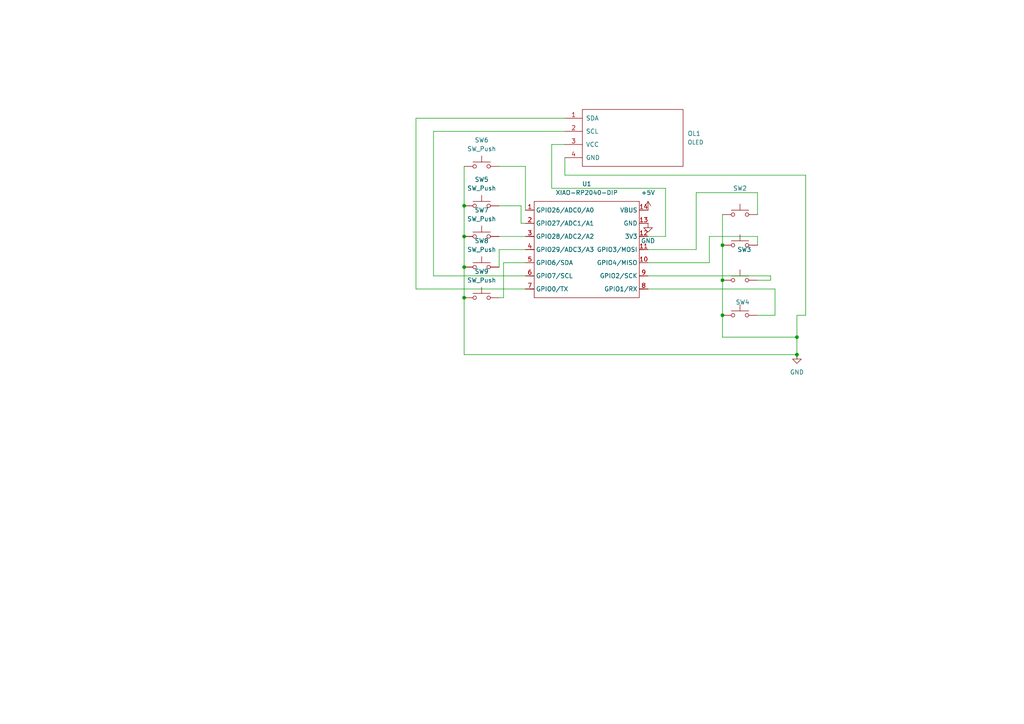
<source format=kicad_sch>
(kicad_sch
	(version 20250114)
	(generator "eeschema")
	(generator_version "9.0")
	(uuid "29f0b8ee-01b9-4a12-bae7-8220a8847209")
	(paper "A4")
	(lib_symbols
		(symbol "Switch:SW_Push"
			(pin_numbers
				(hide yes)
			)
			(pin_names
				(offset 1.016)
				(hide yes)
			)
			(exclude_from_sim no)
			(in_bom yes)
			(on_board yes)
			(property "Reference" "SW"
				(at 1.27 2.54 0)
				(effects
					(font
						(size 1.27 1.27)
					)
					(justify left)
				)
			)
			(property "Value" "SW_Push"
				(at 0 -1.524 0)
				(effects
					(font
						(size 1.27 1.27)
					)
				)
			)
			(property "Footprint" ""
				(at 0 5.08 0)
				(effects
					(font
						(size 1.27 1.27)
					)
					(hide yes)
				)
			)
			(property "Datasheet" "~"
				(at 0 5.08 0)
				(effects
					(font
						(size 1.27 1.27)
					)
					(hide yes)
				)
			)
			(property "Description" "Push button switch, generic, two pins"
				(at 0 0 0)
				(effects
					(font
						(size 1.27 1.27)
					)
					(hide yes)
				)
			)
			(property "ki_keywords" "switch normally-open pushbutton push-button"
				(at 0 0 0)
				(effects
					(font
						(size 1.27 1.27)
					)
					(hide yes)
				)
			)
			(symbol "SW_Push_0_1"
				(circle
					(center -2.032 0)
					(radius 0.508)
					(stroke
						(width 0)
						(type default)
					)
					(fill
						(type none)
					)
				)
				(polyline
					(pts
						(xy 0 1.27) (xy 0 3.048)
					)
					(stroke
						(width 0)
						(type default)
					)
					(fill
						(type none)
					)
				)
				(circle
					(center 2.032 0)
					(radius 0.508)
					(stroke
						(width 0)
						(type default)
					)
					(fill
						(type none)
					)
				)
				(polyline
					(pts
						(xy 2.54 1.27) (xy -2.54 1.27)
					)
					(stroke
						(width 0)
						(type default)
					)
					(fill
						(type none)
					)
				)
				(pin passive line
					(at -5.08 0 0)
					(length 2.54)
					(name "1"
						(effects
							(font
								(size 1.27 1.27)
							)
						)
					)
					(number "1"
						(effects
							(font
								(size 1.27 1.27)
							)
						)
					)
				)
				(pin passive line
					(at 5.08 0 180)
					(length 2.54)
					(name "2"
						(effects
							(font
								(size 1.27 1.27)
							)
						)
					)
					(number "2"
						(effects
							(font
								(size 1.27 1.27)
							)
						)
					)
				)
			)
			(embedded_fonts no)
		)
		(symbol "oled:OLED"
			(pin_names
				(offset 1.016)
			)
			(exclude_from_sim no)
			(in_bom yes)
			(on_board yes)
			(property "Reference" "OL"
				(at 0 2.54 0)
				(effects
					(font
						(size 1.2954 1.2954)
					)
				)
			)
			(property "Value" "OLED"
				(at 0 -1.27 0)
				(effects
					(font
						(size 1.1938 1.1938)
					)
				)
			)
			(property "Footprint" ""
				(at 0 2.54 0)
				(effects
					(font
						(size 1.524 1.524)
					)
					(hide yes)
				)
			)
			(property "Datasheet" ""
				(at 0 2.54 0)
				(effects
					(font
						(size 1.524 1.524)
					)
					(hide yes)
				)
			)
			(property "Description" ""
				(at 0 0 0)
				(effects
					(font
						(size 1.27 1.27)
					)
					(hide yes)
				)
			)
			(symbol "OLED_0_1"
				(rectangle
					(start -13.97 8.89)
					(end 15.24 -7.62)
					(stroke
						(width 0)
						(type solid)
					)
					(fill
						(type none)
					)
				)
			)
			(symbol "OLED_1_1"
				(pin bidirectional line
					(at -19.05 6.35 0)
					(length 5.08)
					(name "SDA"
						(effects
							(font
								(size 1.27 1.27)
							)
						)
					)
					(number "1"
						(effects
							(font
								(size 1.27 1.27)
							)
						)
					)
				)
				(pin bidirectional line
					(at -19.05 2.54 0)
					(length 5.08)
					(name "SCL"
						(effects
							(font
								(size 1.27 1.27)
							)
						)
					)
					(number "2"
						(effects
							(font
								(size 1.27 1.27)
							)
						)
					)
				)
				(pin power_in line
					(at -19.05 -1.27 0)
					(length 5.08)
					(name "VCC"
						(effects
							(font
								(size 1.27 1.27)
							)
						)
					)
					(number "3"
						(effects
							(font
								(size 1.27 1.27)
							)
						)
					)
				)
				(pin power_in line
					(at -19.05 -5.08 0)
					(length 5.08)
					(name "GND"
						(effects
							(font
								(size 1.27 1.27)
							)
						)
					)
					(number "4"
						(effects
							(font
								(size 1.27 1.27)
							)
						)
					)
				)
			)
			(embedded_fonts no)
		)
		(symbol "opl:XIAO-RP2040-DIP"
			(exclude_from_sim no)
			(in_bom yes)
			(on_board yes)
			(property "Reference" "U"
				(at 0 0 0)
				(effects
					(font
						(size 1.27 1.27)
					)
				)
			)
			(property "Value" "XIAO-RP2040-DIP"
				(at 5.334 -1.778 0)
				(effects
					(font
						(size 1.27 1.27)
					)
				)
			)
			(property "Footprint" "Module:MOUDLE14P-XIAO-DIP-SMD"
				(at 14.478 -32.258 0)
				(effects
					(font
						(size 1.27 1.27)
					)
					(hide yes)
				)
			)
			(property "Datasheet" ""
				(at 0 0 0)
				(effects
					(font
						(size 1.27 1.27)
					)
					(hide yes)
				)
			)
			(property "Description" ""
				(at 0 0 0)
				(effects
					(font
						(size 1.27 1.27)
					)
					(hide yes)
				)
			)
			(symbol "XIAO-RP2040-DIP_1_0"
				(polyline
					(pts
						(xy -1.27 -2.54) (xy 29.21 -2.54)
					)
					(stroke
						(width 0.1524)
						(type solid)
					)
					(fill
						(type none)
					)
				)
				(polyline
					(pts
						(xy -1.27 -5.08) (xy -2.54 -5.08)
					)
					(stroke
						(width 0.1524)
						(type solid)
					)
					(fill
						(type none)
					)
				)
				(polyline
					(pts
						(xy -1.27 -5.08) (xy -1.27 -2.54)
					)
					(stroke
						(width 0.1524)
						(type solid)
					)
					(fill
						(type none)
					)
				)
				(polyline
					(pts
						(xy -1.27 -8.89) (xy -2.54 -8.89)
					)
					(stroke
						(width 0.1524)
						(type solid)
					)
					(fill
						(type none)
					)
				)
				(polyline
					(pts
						(xy -1.27 -8.89) (xy -1.27 -5.08)
					)
					(stroke
						(width 0.1524)
						(type solid)
					)
					(fill
						(type none)
					)
				)
				(polyline
					(pts
						(xy -1.27 -12.7) (xy -2.54 -12.7)
					)
					(stroke
						(width 0.1524)
						(type solid)
					)
					(fill
						(type none)
					)
				)
				(polyline
					(pts
						(xy -1.27 -12.7) (xy -1.27 -8.89)
					)
					(stroke
						(width 0.1524)
						(type solid)
					)
					(fill
						(type none)
					)
				)
				(polyline
					(pts
						(xy -1.27 -16.51) (xy -2.54 -16.51)
					)
					(stroke
						(width 0.1524)
						(type solid)
					)
					(fill
						(type none)
					)
				)
				(polyline
					(pts
						(xy -1.27 -16.51) (xy -1.27 -12.7)
					)
					(stroke
						(width 0.1524)
						(type solid)
					)
					(fill
						(type none)
					)
				)
				(polyline
					(pts
						(xy -1.27 -20.32) (xy -2.54 -20.32)
					)
					(stroke
						(width 0.1524)
						(type solid)
					)
					(fill
						(type none)
					)
				)
				(polyline
					(pts
						(xy -1.27 -24.13) (xy -2.54 -24.13)
					)
					(stroke
						(width 0.1524)
						(type solid)
					)
					(fill
						(type none)
					)
				)
				(polyline
					(pts
						(xy -1.27 -27.94) (xy -2.54 -27.94)
					)
					(stroke
						(width 0.1524)
						(type solid)
					)
					(fill
						(type none)
					)
				)
				(polyline
					(pts
						(xy -1.27 -30.48) (xy -1.27 -16.51)
					)
					(stroke
						(width 0.1524)
						(type solid)
					)
					(fill
						(type none)
					)
				)
				(polyline
					(pts
						(xy 29.21 -2.54) (xy 29.21 -5.08)
					)
					(stroke
						(width 0.1524)
						(type solid)
					)
					(fill
						(type none)
					)
				)
				(polyline
					(pts
						(xy 29.21 -5.08) (xy 29.21 -8.89)
					)
					(stroke
						(width 0.1524)
						(type solid)
					)
					(fill
						(type none)
					)
				)
				(polyline
					(pts
						(xy 29.21 -8.89) (xy 29.21 -12.7)
					)
					(stroke
						(width 0.1524)
						(type solid)
					)
					(fill
						(type none)
					)
				)
				(polyline
					(pts
						(xy 29.21 -12.7) (xy 29.21 -30.48)
					)
					(stroke
						(width 0.1524)
						(type solid)
					)
					(fill
						(type none)
					)
				)
				(polyline
					(pts
						(xy 29.21 -30.48) (xy -1.27 -30.48)
					)
					(stroke
						(width 0.1524)
						(type solid)
					)
					(fill
						(type none)
					)
				)
				(polyline
					(pts
						(xy 30.48 -5.08) (xy 29.21 -5.08)
					)
					(stroke
						(width 0.1524)
						(type solid)
					)
					(fill
						(type none)
					)
				)
				(polyline
					(pts
						(xy 30.48 -8.89) (xy 29.21 -8.89)
					)
					(stroke
						(width 0.1524)
						(type solid)
					)
					(fill
						(type none)
					)
				)
				(polyline
					(pts
						(xy 30.48 -12.7) (xy 29.21 -12.7)
					)
					(stroke
						(width 0.1524)
						(type solid)
					)
					(fill
						(type none)
					)
				)
				(polyline
					(pts
						(xy 30.48 -16.51) (xy 29.21 -16.51)
					)
					(stroke
						(width 0.1524)
						(type solid)
					)
					(fill
						(type none)
					)
				)
				(polyline
					(pts
						(xy 30.48 -20.32) (xy 29.21 -20.32)
					)
					(stroke
						(width 0.1524)
						(type solid)
					)
					(fill
						(type none)
					)
				)
				(polyline
					(pts
						(xy 30.48 -24.13) (xy 29.21 -24.13)
					)
					(stroke
						(width 0.1524)
						(type solid)
					)
					(fill
						(type none)
					)
				)
				(polyline
					(pts
						(xy 30.48 -27.94) (xy 29.21 -27.94)
					)
					(stroke
						(width 0.1524)
						(type solid)
					)
					(fill
						(type none)
					)
				)
				(pin passive line
					(at -3.81 -5.08 0)
					(length 2.54)
					(name "GPIO26/ADC0/A0"
						(effects
							(font
								(size 1.27 1.27)
							)
						)
					)
					(number "1"
						(effects
							(font
								(size 1.27 1.27)
							)
						)
					)
				)
				(pin passive line
					(at -3.81 -8.89 0)
					(length 2.54)
					(name "GPIO27/ADC1/A1"
						(effects
							(font
								(size 1.27 1.27)
							)
						)
					)
					(number "2"
						(effects
							(font
								(size 1.27 1.27)
							)
						)
					)
				)
				(pin passive line
					(at -3.81 -12.7 0)
					(length 2.54)
					(name "GPIO28/ADC2/A2"
						(effects
							(font
								(size 1.27 1.27)
							)
						)
					)
					(number "3"
						(effects
							(font
								(size 1.27 1.27)
							)
						)
					)
				)
				(pin passive line
					(at -3.81 -16.51 0)
					(length 2.54)
					(name "GPIO29/ADC3/A3"
						(effects
							(font
								(size 1.27 1.27)
							)
						)
					)
					(number "4"
						(effects
							(font
								(size 1.27 1.27)
							)
						)
					)
				)
				(pin passive line
					(at -3.81 -20.32 0)
					(length 2.54)
					(name "GPIO6/SDA"
						(effects
							(font
								(size 1.27 1.27)
							)
						)
					)
					(number "5"
						(effects
							(font
								(size 1.27 1.27)
							)
						)
					)
				)
				(pin passive line
					(at -3.81 -24.13 0)
					(length 2.54)
					(name "GPIO7/SCL"
						(effects
							(font
								(size 1.27 1.27)
							)
						)
					)
					(number "6"
						(effects
							(font
								(size 1.27 1.27)
							)
						)
					)
				)
				(pin passive line
					(at -3.81 -27.94 0)
					(length 2.54)
					(name "GPIO0/TX"
						(effects
							(font
								(size 1.27 1.27)
							)
						)
					)
					(number "7"
						(effects
							(font
								(size 1.27 1.27)
							)
						)
					)
				)
				(pin passive line
					(at 31.75 -5.08 180)
					(length 2.54)
					(name "VBUS"
						(effects
							(font
								(size 1.27 1.27)
							)
						)
					)
					(number "14"
						(effects
							(font
								(size 1.27 1.27)
							)
						)
					)
				)
				(pin passive line
					(at 31.75 -8.89 180)
					(length 2.54)
					(name "GND"
						(effects
							(font
								(size 1.27 1.27)
							)
						)
					)
					(number "13"
						(effects
							(font
								(size 1.27 1.27)
							)
						)
					)
				)
				(pin passive line
					(at 31.75 -12.7 180)
					(length 2.54)
					(name "3V3"
						(effects
							(font
								(size 1.27 1.27)
							)
						)
					)
					(number "12"
						(effects
							(font
								(size 1.27 1.27)
							)
						)
					)
				)
				(pin passive line
					(at 31.75 -16.51 180)
					(length 2.54)
					(name "GPIO3/MOSI"
						(effects
							(font
								(size 1.27 1.27)
							)
						)
					)
					(number "11"
						(effects
							(font
								(size 1.27 1.27)
							)
						)
					)
				)
				(pin passive line
					(at 31.75 -20.32 180)
					(length 2.54)
					(name "GPIO4/MISO"
						(effects
							(font
								(size 1.27 1.27)
							)
						)
					)
					(number "10"
						(effects
							(font
								(size 1.27 1.27)
							)
						)
					)
				)
				(pin passive line
					(at 31.75 -24.13 180)
					(length 2.54)
					(name "GPIO2/SCK"
						(effects
							(font
								(size 1.27 1.27)
							)
						)
					)
					(number "9"
						(effects
							(font
								(size 1.27 1.27)
							)
						)
					)
				)
				(pin passive line
					(at 31.75 -27.94 180)
					(length 2.54)
					(name "GPIO1/RX"
						(effects
							(font
								(size 1.27 1.27)
							)
						)
					)
					(number "8"
						(effects
							(font
								(size 1.27 1.27)
							)
						)
					)
				)
			)
			(embedded_fonts no)
		)
		(symbol "power:+5V"
			(power)
			(pin_numbers
				(hide yes)
			)
			(pin_names
				(offset 0)
				(hide yes)
			)
			(exclude_from_sim no)
			(in_bom yes)
			(on_board yes)
			(property "Reference" "#PWR"
				(at 0 -3.81 0)
				(effects
					(font
						(size 1.27 1.27)
					)
					(hide yes)
				)
			)
			(property "Value" "+5V"
				(at 0 3.556 0)
				(effects
					(font
						(size 1.27 1.27)
					)
				)
			)
			(property "Footprint" ""
				(at 0 0 0)
				(effects
					(font
						(size 1.27 1.27)
					)
					(hide yes)
				)
			)
			(property "Datasheet" ""
				(at 0 0 0)
				(effects
					(font
						(size 1.27 1.27)
					)
					(hide yes)
				)
			)
			(property "Description" "Power symbol creates a global label with name \"+5V\""
				(at 0 0 0)
				(effects
					(font
						(size 1.27 1.27)
					)
					(hide yes)
				)
			)
			(property "ki_keywords" "global power"
				(at 0 0 0)
				(effects
					(font
						(size 1.27 1.27)
					)
					(hide yes)
				)
			)
			(symbol "+5V_0_1"
				(polyline
					(pts
						(xy -0.762 1.27) (xy 0 2.54)
					)
					(stroke
						(width 0)
						(type default)
					)
					(fill
						(type none)
					)
				)
				(polyline
					(pts
						(xy 0 2.54) (xy 0.762 1.27)
					)
					(stroke
						(width 0)
						(type default)
					)
					(fill
						(type none)
					)
				)
				(polyline
					(pts
						(xy 0 0) (xy 0 2.54)
					)
					(stroke
						(width 0)
						(type default)
					)
					(fill
						(type none)
					)
				)
			)
			(symbol "+5V_1_1"
				(pin power_in line
					(at 0 0 90)
					(length 0)
					(name "~"
						(effects
							(font
								(size 1.27 1.27)
							)
						)
					)
					(number "1"
						(effects
							(font
								(size 1.27 1.27)
							)
						)
					)
				)
			)
			(embedded_fonts no)
		)
		(symbol "power:GND"
			(power)
			(pin_numbers
				(hide yes)
			)
			(pin_names
				(offset 0)
				(hide yes)
			)
			(exclude_from_sim no)
			(in_bom yes)
			(on_board yes)
			(property "Reference" "#PWR"
				(at 0 -6.35 0)
				(effects
					(font
						(size 1.27 1.27)
					)
					(hide yes)
				)
			)
			(property "Value" "GND"
				(at 0 -3.81 0)
				(effects
					(font
						(size 1.27 1.27)
					)
				)
			)
			(property "Footprint" ""
				(at 0 0 0)
				(effects
					(font
						(size 1.27 1.27)
					)
					(hide yes)
				)
			)
			(property "Datasheet" ""
				(at 0 0 0)
				(effects
					(font
						(size 1.27 1.27)
					)
					(hide yes)
				)
			)
			(property "Description" "Power symbol creates a global label with name \"GND\" , ground"
				(at 0 0 0)
				(effects
					(font
						(size 1.27 1.27)
					)
					(hide yes)
				)
			)
			(property "ki_keywords" "global power"
				(at 0 0 0)
				(effects
					(font
						(size 1.27 1.27)
					)
					(hide yes)
				)
			)
			(symbol "GND_0_1"
				(polyline
					(pts
						(xy 0 0) (xy 0 -1.27) (xy 1.27 -1.27) (xy 0 -2.54) (xy -1.27 -1.27) (xy 0 -1.27)
					)
					(stroke
						(width 0)
						(type default)
					)
					(fill
						(type none)
					)
				)
			)
			(symbol "GND_1_1"
				(pin power_in line
					(at 0 0 270)
					(length 0)
					(name "~"
						(effects
							(font
								(size 1.27 1.27)
							)
						)
					)
					(number "1"
						(effects
							(font
								(size 1.27 1.27)
							)
						)
					)
				)
			)
			(embedded_fonts no)
		)
	)
	(junction
		(at 209.55 81.28)
		(diameter 0)
		(color 0 0 0 0)
		(uuid "17832d51-10bc-49bc-8396-d3dafa3af3ff")
	)
	(junction
		(at 209.55 71.12)
		(diameter 0)
		(color 0 0 0 0)
		(uuid "54c2abbc-e0c6-4222-a2f6-7fdf49ba4e49")
	)
	(junction
		(at 134.62 68.58)
		(diameter 0)
		(color 0 0 0 0)
		(uuid "8b50d930-6c7c-4d3f-af57-6a2d7857e910")
	)
	(junction
		(at 134.62 77.47)
		(diameter 0)
		(color 0 0 0 0)
		(uuid "8bde64de-7f95-4411-9a97-0f768467699c")
	)
	(junction
		(at 134.62 86.36)
		(diameter 0)
		(color 0 0 0 0)
		(uuid "97254112-5887-4550-8429-4c2cc261a392")
	)
	(junction
		(at 209.55 91.44)
		(diameter 0)
		(color 0 0 0 0)
		(uuid "a066cc3f-536b-427d-b4e5-8dffec1fdbe3")
	)
	(junction
		(at 231.14 97.79)
		(diameter 0)
		(color 0 0 0 0)
		(uuid "b7acfaa0-ff41-4e7f-92e6-d4c4d1e798ff")
	)
	(junction
		(at 231.14 102.87)
		(diameter 0)
		(color 0 0 0 0)
		(uuid "dc801829-8f4c-4b8a-9316-9832058cdb0b")
	)
	(junction
		(at 134.62 59.69)
		(diameter 0)
		(color 0 0 0 0)
		(uuid "ed4d480e-7d4c-4ef5-a14a-4a2a24dca009")
	)
	(wire
		(pts
			(xy 144.78 72.39) (xy 144.78 77.47)
		)
		(stroke
			(width 0)
			(type default)
		)
		(uuid "009d8051-0b5d-41c6-a3e2-4103fba17223")
	)
	(wire
		(pts
			(xy 209.55 81.28) (xy 209.55 91.44)
		)
		(stroke
			(width 0)
			(type default)
		)
		(uuid "0519172e-66e1-4b9f-8c42-6fd88e237668")
	)
	(wire
		(pts
			(xy 193.04 68.58) (xy 187.96 68.58)
		)
		(stroke
			(width 0)
			(type default)
		)
		(uuid "068dd1ee-f3e7-4246-beaf-f9db6a6f008f")
	)
	(wire
		(pts
			(xy 187.96 80.01) (xy 223.52 80.01)
		)
		(stroke
			(width 0)
			(type default)
		)
		(uuid "0a3ad9a7-2167-401f-8fde-b84ae1a08288")
	)
	(wire
		(pts
			(xy 187.96 83.82) (xy 224.79 83.82)
		)
		(stroke
			(width 0)
			(type default)
		)
		(uuid "19dabf11-f2d6-4074-98b9-c83f203e0afa")
	)
	(wire
		(pts
			(xy 231.14 97.79) (xy 231.14 102.87)
		)
		(stroke
			(width 0)
			(type default)
		)
		(uuid "1d4b81d2-61ce-46f9-b7e6-3932e39c98e1")
	)
	(wire
		(pts
			(xy 219.71 68.58) (xy 219.71 71.12)
		)
		(stroke
			(width 0)
			(type default)
		)
		(uuid "32279093-4047-4924-85ed-f6f1638d5ae6")
	)
	(wire
		(pts
			(xy 144.78 68.58) (xy 152.4 68.58)
		)
		(stroke
			(width 0)
			(type default)
		)
		(uuid "3653684e-8f64-4ffb-9a7d-2760d5b35fa1")
	)
	(wire
		(pts
			(xy 134.62 102.87) (xy 231.14 102.87)
		)
		(stroke
			(width 0)
			(type default)
		)
		(uuid "383f9eb6-c686-4995-9c31-270157d6c2d8")
	)
	(wire
		(pts
			(xy 209.55 97.79) (xy 209.55 91.44)
		)
		(stroke
			(width 0)
			(type default)
		)
		(uuid "3ac01f58-aca1-4191-a115-1e31d9a2da87")
	)
	(wire
		(pts
			(xy 231.14 91.44) (xy 231.14 97.79)
		)
		(stroke
			(width 0)
			(type default)
		)
		(uuid "3cc2ff61-a9fb-4c53-bcd8-febc8e5307fb")
	)
	(wire
		(pts
			(xy 231.14 104.14) (xy 231.14 102.87)
		)
		(stroke
			(width 0)
			(type default)
		)
		(uuid "4bcefbec-7312-4084-9b43-8f0fc06d58eb")
	)
	(wire
		(pts
			(xy 120.65 83.82) (xy 152.4 83.82)
		)
		(stroke
			(width 0)
			(type default)
		)
		(uuid "5144bd26-2d27-42b5-bbba-ad6ec285c210")
	)
	(wire
		(pts
			(xy 201.93 72.39) (xy 201.93 55.88)
		)
		(stroke
			(width 0)
			(type default)
		)
		(uuid "5468b092-ddd0-437f-9254-615c54f1c367")
	)
	(wire
		(pts
			(xy 187.96 72.39) (xy 201.93 72.39)
		)
		(stroke
			(width 0)
			(type default)
		)
		(uuid "55f8c653-5d74-4579-9ad0-e0b3b16e17de")
	)
	(wire
		(pts
			(xy 152.4 72.39) (xy 144.78 72.39)
		)
		(stroke
			(width 0)
			(type default)
		)
		(uuid "583d20e4-c140-4b58-a5fa-382ff16b6009")
	)
	(wire
		(pts
			(xy 146.05 76.2) (xy 146.05 86.36)
		)
		(stroke
			(width 0)
			(type default)
		)
		(uuid "591c49aa-a84a-40ae-81c1-ef744f96d0c6")
	)
	(wire
		(pts
			(xy 231.14 91.44) (xy 233.68 91.44)
		)
		(stroke
			(width 0)
			(type default)
		)
		(uuid "5c5cf68f-0316-4a50-a6af-032766f515d6")
	)
	(wire
		(pts
			(xy 146.05 86.36) (xy 144.78 86.36)
		)
		(stroke
			(width 0)
			(type default)
		)
		(uuid "5cedbf6e-ebba-4b1d-ad4c-c16d0cd4a3a5")
	)
	(wire
		(pts
			(xy 201.93 55.88) (xy 219.71 55.88)
		)
		(stroke
			(width 0)
			(type default)
		)
		(uuid "5e2f329f-0273-4911-a829-49e8e1d07fb0")
	)
	(wire
		(pts
			(xy 163.83 50.8) (xy 233.68 50.8)
		)
		(stroke
			(width 0)
			(type default)
		)
		(uuid "5f7654fe-aad7-40dc-aee1-f6a3e769c8b4")
	)
	(wire
		(pts
			(xy 120.65 34.29) (xy 120.65 83.82)
		)
		(stroke
			(width 0)
			(type default)
		)
		(uuid "654b704f-537c-4756-a17d-343210f76e06")
	)
	(wire
		(pts
			(xy 144.78 48.26) (xy 152.4 48.26)
		)
		(stroke
			(width 0)
			(type default)
		)
		(uuid "73489074-9fbd-4ac3-b5cd-2ff7d76909d8")
	)
	(wire
		(pts
			(xy 187.96 76.2) (xy 205.74 76.2)
		)
		(stroke
			(width 0)
			(type default)
		)
		(uuid "74a7be65-725a-4343-8474-a7077801a895")
	)
	(wire
		(pts
			(xy 163.83 38.1) (xy 125.73 38.1)
		)
		(stroke
			(width 0)
			(type default)
		)
		(uuid "75cc9cc9-21f1-4c02-bddb-f242af3527ab")
	)
	(wire
		(pts
			(xy 134.62 68.58) (xy 134.62 77.47)
		)
		(stroke
			(width 0)
			(type default)
		)
		(uuid "7a3bc4f7-1990-41ec-8550-d566471fa313")
	)
	(wire
		(pts
			(xy 144.78 59.69) (xy 151.13 59.69)
		)
		(stroke
			(width 0)
			(type default)
		)
		(uuid "81e566e9-d404-43a5-a58e-5f9214dd11f6")
	)
	(wire
		(pts
			(xy 205.74 76.2) (xy 205.74 68.58)
		)
		(stroke
			(width 0)
			(type default)
		)
		(uuid "833e26cb-9ef5-45d8-819f-873b43d35e46")
	)
	(wire
		(pts
			(xy 152.4 60.96) (xy 152.4 48.26)
		)
		(stroke
			(width 0)
			(type default)
		)
		(uuid "8c5f47cc-cdbc-4a26-8442-23bc274ae58f")
	)
	(wire
		(pts
			(xy 231.14 97.79) (xy 209.55 97.79)
		)
		(stroke
			(width 0)
			(type default)
		)
		(uuid "8d3e06c2-80ff-45b0-9d25-1175e6ef49e2")
	)
	(wire
		(pts
			(xy 224.79 91.44) (xy 219.71 91.44)
		)
		(stroke
			(width 0)
			(type default)
		)
		(uuid "8f1fd2bc-e29f-4de2-b508-d448bb2c2a92")
	)
	(wire
		(pts
			(xy 209.55 71.12) (xy 209.55 81.28)
		)
		(stroke
			(width 0)
			(type default)
		)
		(uuid "8f319eab-5ae6-449a-a2e9-eee6e8969064")
	)
	(wire
		(pts
			(xy 125.73 38.1) (xy 125.73 80.01)
		)
		(stroke
			(width 0)
			(type default)
		)
		(uuid "9163b290-a1d4-4a5a-98e3-bf50bc39f105")
	)
	(wire
		(pts
			(xy 163.83 45.72) (xy 163.83 50.8)
		)
		(stroke
			(width 0)
			(type default)
		)
		(uuid "9984d34e-02a3-45ab-8ba7-4b008df24543")
	)
	(wire
		(pts
			(xy 134.62 77.47) (xy 134.62 86.36)
		)
		(stroke
			(width 0)
			(type default)
		)
		(uuid "9a62750e-0f28-412a-951a-d4b2263902db")
	)
	(wire
		(pts
			(xy 223.52 80.01) (xy 223.52 81.28)
		)
		(stroke
			(width 0)
			(type default)
		)
		(uuid "a925f24a-bb5e-4675-b508-7c7a701e881b")
	)
	(wire
		(pts
			(xy 152.4 76.2) (xy 146.05 76.2)
		)
		(stroke
			(width 0)
			(type default)
		)
		(uuid "ab2242b9-03a3-48db-83c7-bd2e7dfcf10d")
	)
	(wire
		(pts
			(xy 134.62 86.36) (xy 134.62 102.87)
		)
		(stroke
			(width 0)
			(type default)
		)
		(uuid "abea8d35-cc67-4ab6-8f72-b329ff0646d5")
	)
	(wire
		(pts
			(xy 193.04 54.61) (xy 193.04 68.58)
		)
		(stroke
			(width 0)
			(type default)
		)
		(uuid "ae55fc39-ad93-4209-aa39-1d5aefdb1124")
	)
	(wire
		(pts
			(xy 205.74 68.58) (xy 219.71 68.58)
		)
		(stroke
			(width 0)
			(type default)
		)
		(uuid "b289fc94-c807-4471-849a-86f21f61f3fe")
	)
	(wire
		(pts
			(xy 163.83 34.29) (xy 120.65 34.29)
		)
		(stroke
			(width 0)
			(type default)
		)
		(uuid "b4ce940a-5c43-4404-b479-cb16cedb4a98")
	)
	(wire
		(pts
			(xy 152.4 64.77) (xy 151.13 64.77)
		)
		(stroke
			(width 0)
			(type default)
		)
		(uuid "b551cb99-0ece-49bc-9d5a-74ad85727426")
	)
	(wire
		(pts
			(xy 209.55 62.23) (xy 209.55 71.12)
		)
		(stroke
			(width 0)
			(type default)
		)
		(uuid "b630dc58-5476-4948-aa75-e2575afc829b")
	)
	(wire
		(pts
			(xy 134.62 59.69) (xy 134.62 68.58)
		)
		(stroke
			(width 0)
			(type default)
		)
		(uuid "b7b5c499-60b8-4d1e-9e06-72090dcc6e88")
	)
	(wire
		(pts
			(xy 160.02 41.91) (xy 160.02 54.61)
		)
		(stroke
			(width 0)
			(type default)
		)
		(uuid "b7d17b1d-ce8c-44e5-8c16-430f93904ad3")
	)
	(wire
		(pts
			(xy 160.02 54.61) (xy 193.04 54.61)
		)
		(stroke
			(width 0)
			(type default)
		)
		(uuid "be0a6dfd-19ad-4885-b589-9c26498abb3c")
	)
	(wire
		(pts
			(xy 125.73 80.01) (xy 152.4 80.01)
		)
		(stroke
			(width 0)
			(type default)
		)
		(uuid "bee0be77-d9dc-47ad-8600-4ad559840e56")
	)
	(wire
		(pts
			(xy 134.62 48.26) (xy 134.62 59.69)
		)
		(stroke
			(width 0)
			(type default)
		)
		(uuid "c23141c1-25a8-41e5-8fbc-979fb94c57e8")
	)
	(wire
		(pts
			(xy 163.83 41.91) (xy 160.02 41.91)
		)
		(stroke
			(width 0)
			(type default)
		)
		(uuid "c8c82eae-7287-4876-bf58-c29794a32338")
	)
	(wire
		(pts
			(xy 219.71 55.88) (xy 219.71 62.23)
		)
		(stroke
			(width 0)
			(type default)
		)
		(uuid "cea79bcf-9d96-4a43-a8c8-2936817f02d0")
	)
	(wire
		(pts
			(xy 223.52 81.28) (xy 219.71 81.28)
		)
		(stroke
			(width 0)
			(type default)
		)
		(uuid "cff37502-ea82-47f7-b1fd-68dd043e75e1")
	)
	(wire
		(pts
			(xy 233.68 50.8) (xy 233.68 91.44)
		)
		(stroke
			(width 0)
			(type default)
		)
		(uuid "d7af0bb9-83f7-496c-bbc8-5996819daf1e")
	)
	(wire
		(pts
			(xy 151.13 64.77) (xy 151.13 59.69)
		)
		(stroke
			(width 0)
			(type default)
		)
		(uuid "ee382fad-f306-4989-8c4e-27372bf41049")
	)
	(wire
		(pts
			(xy 224.79 83.82) (xy 224.79 91.44)
		)
		(stroke
			(width 0)
			(type default)
		)
		(uuid "f16466c8-80ae-430d-9c59-184363267170")
	)
	(symbol
		(lib_id "power:GND")
		(at 231.14 102.87 0)
		(unit 1)
		(exclude_from_sim no)
		(in_bom yes)
		(on_board yes)
		(dnp no)
		(fields_autoplaced yes)
		(uuid "07473f47-35dd-4642-baed-c6d5e1aed62d")
		(property "Reference" "#PWR02"
			(at 231.14 109.22 0)
			(effects
				(font
					(size 1.27 1.27)
				)
				(hide yes)
			)
		)
		(property "Value" "GND"
			(at 231.14 107.95 0)
			(effects
				(font
					(size 1.27 1.27)
				)
			)
		)
		(property "Footprint" ""
			(at 231.14 102.87 0)
			(effects
				(font
					(size 1.27 1.27)
				)
				(hide yes)
			)
		)
		(property "Datasheet" ""
			(at 231.14 102.87 0)
			(effects
				(font
					(size 1.27 1.27)
				)
				(hide yes)
			)
		)
		(property "Description" "Power symbol creates a global label with name \"GND\" , ground"
			(at 231.14 102.87 0)
			(effects
				(font
					(size 1.27 1.27)
				)
				(hide yes)
			)
		)
		(pin "1"
			(uuid "399b4a52-61f1-40ce-8bb2-eafc3fa7a317")
		)
		(instances
			(project ""
				(path "/29f0b8ee-01b9-4a12-bae7-8220a8847209"
					(reference "#PWR02")
					(unit 1)
				)
			)
		)
	)
	(symbol
		(lib_id "Switch:SW_Push")
		(at 214.63 91.44 0)
		(unit 1)
		(exclude_from_sim no)
		(in_bom yes)
		(on_board yes)
		(dnp no)
		(uuid "0e1199e4-a463-49d1-8668-2eab33c8551e")
		(property "Reference" "SW4"
			(at 215.3862 87.6522 0)
			(effects
				(font
					(size 1.27 1.27)
				)
			)
		)
		(property "Value" "SW_Push"
			(at 214.63 86.36 0)
			(effects
				(font
					(size 1.27 1.27)
				)
				(hide yes)
			)
		)
		(property "Footprint" "Button_Switch_Keyboard:SW_Cherry_MX_1.00u_PCB"
			(at 214.63 86.36 0)
			(effects
				(font
					(size 1.27 1.27)
				)
				(hide yes)
			)
		)
		(property "Datasheet" "~"
			(at 214.63 86.36 0)
			(effects
				(font
					(size 1.27 1.27)
				)
				(hide yes)
			)
		)
		(property "Description" "Push button switch, generic, two pins"
			(at 214.63 91.44 0)
			(effects
				(font
					(size 1.27 1.27)
				)
				(hide yes)
			)
		)
		(pin "1"
			(uuid "39f6d1c9-c254-4a07-b808-8c53e3ff8435")
		)
		(pin "2"
			(uuid "d87cdfb6-aa3d-4918-8208-fa2f774218b3")
		)
		(instances
			(project "lukas"
				(path "/29f0b8ee-01b9-4a12-bae7-8220a8847209"
					(reference "SW4")
					(unit 1)
				)
			)
		)
	)
	(symbol
		(lib_id "oled:OLED")
		(at 182.88 40.64 0)
		(unit 1)
		(exclude_from_sim no)
		(in_bom yes)
		(on_board yes)
		(dnp no)
		(fields_autoplaced yes)
		(uuid "0eb6c68f-0412-42d4-8857-f9e750099f4d")
		(property "Reference" "OL1"
			(at 199.39 38.735 0)
			(effects
				(font
					(size 1.2954 1.2954)
				)
				(justify left)
			)
		)
		(property "Value" "OLED"
			(at 199.39 41.275 0)
			(effects
				(font
					(size 1.1938 1.1938)
				)
				(justify left)
			)
		)
		(property "Footprint" "oled:OLED"
			(at 182.88 38.1 0)
			(effects
				(font
					(size 1.524 1.524)
				)
				(hide yes)
			)
		)
		(property "Datasheet" ""
			(at 182.88 38.1 0)
			(effects
				(font
					(size 1.524 1.524)
				)
				(hide yes)
			)
		)
		(property "Description" ""
			(at 182.88 40.64 0)
			(effects
				(font
					(size 1.27 1.27)
				)
				(hide yes)
			)
		)
		(pin "4"
			(uuid "1a77d3f7-b3d5-45b1-80da-183dcbab4775")
		)
		(pin "1"
			(uuid "1a48741f-9286-43c6-932c-d192bd0ae616")
		)
		(pin "3"
			(uuid "8cf37917-b091-4f66-9466-6cfbc11c9082")
		)
		(pin "2"
			(uuid "b1cb6492-e8e4-43de-ad45-2a0eb09b4ce7")
		)
		(instances
			(project ""
				(path "/29f0b8ee-01b9-4a12-bae7-8220a8847209"
					(reference "OL1")
					(unit 1)
				)
			)
		)
	)
	(symbol
		(lib_id "Switch:SW_Push")
		(at 214.63 81.28 0)
		(unit 1)
		(exclude_from_sim no)
		(in_bom yes)
		(on_board yes)
		(dnp no)
		(uuid "30530c81-3e1c-4dd7-b732-08c66039c527")
		(property "Reference" "SW3"
			(at 215.9 72.39 0)
			(effects
				(font
					(size 1.27 1.27)
				)
			)
		)
		(property "Value" "SW_Push"
			(at 214.63 76.2 0)
			(effects
				(font
					(size 1.27 1.27)
				)
				(hide yes)
			)
		)
		(property "Footprint" "Button_Switch_Keyboard:SW_Cherry_MX_1.00u_PCB"
			(at 214.63 76.2 0)
			(effects
				(font
					(size 1.27 1.27)
				)
				(hide yes)
			)
		)
		(property "Datasheet" "~"
			(at 214.63 76.2 0)
			(effects
				(font
					(size 1.27 1.27)
				)
				(hide yes)
			)
		)
		(property "Description" "Push button switch, generic, two pins"
			(at 214.63 81.28 0)
			(effects
				(font
					(size 1.27 1.27)
				)
				(hide yes)
			)
		)
		(pin "1"
			(uuid "44d52df2-758c-43e9-9048-d9bfd7b773f7")
		)
		(pin "2"
			(uuid "030a307c-a2cd-443a-bffb-30cb45a93882")
		)
		(instances
			(project "lukas"
				(path "/29f0b8ee-01b9-4a12-bae7-8220a8847209"
					(reference "SW3")
					(unit 1)
				)
			)
		)
	)
	(symbol
		(lib_id "Switch:SW_Push")
		(at 139.7 59.69 0)
		(unit 1)
		(exclude_from_sim no)
		(in_bom yes)
		(on_board yes)
		(dnp no)
		(fields_autoplaced yes)
		(uuid "43441b31-d1aa-4c0c-8b86-27156f9d22ec")
		(property "Reference" "SW5"
			(at 139.7 52.07 0)
			(effects
				(font
					(size 1.27 1.27)
				)
			)
		)
		(property "Value" "SW_Push"
			(at 139.7 54.61 0)
			(effects
				(font
					(size 1.27 1.27)
				)
			)
		)
		(property "Footprint" "Button_Switch_Keyboard:SW_Cherry_MX_1.00u_PCB"
			(at 139.7 54.61 0)
			(effects
				(font
					(size 1.27 1.27)
				)
				(hide yes)
			)
		)
		(property "Datasheet" "~"
			(at 139.7 54.61 0)
			(effects
				(font
					(size 1.27 1.27)
				)
				(hide yes)
			)
		)
		(property "Description" "Push button switch, generic, two pins"
			(at 139.7 59.69 0)
			(effects
				(font
					(size 1.27 1.27)
				)
				(hide yes)
			)
		)
		(pin "1"
			(uuid "40e0ede0-fb16-4f82-8a94-5d1935241026")
		)
		(pin "2"
			(uuid "396a77ff-7975-452e-b44f-c47e64d0efa1")
		)
		(instances
			(project "lukas"
				(path "/29f0b8ee-01b9-4a12-bae7-8220a8847209"
					(reference "SW5")
					(unit 1)
				)
			)
		)
	)
	(symbol
		(lib_id "Switch:SW_Push")
		(at 139.7 68.58 0)
		(unit 1)
		(exclude_from_sim no)
		(in_bom yes)
		(on_board yes)
		(dnp no)
		(fields_autoplaced yes)
		(uuid "61cafbe7-51be-4fef-ab19-77281a4741f6")
		(property "Reference" "SW7"
			(at 139.7 60.96 0)
			(effects
				(font
					(size 1.27 1.27)
				)
			)
		)
		(property "Value" "SW_Push"
			(at 139.7 63.5 0)
			(effects
				(font
					(size 1.27 1.27)
				)
			)
		)
		(property "Footprint" "Button_Switch_Keyboard:SW_Cherry_MX_1.00u_PCB"
			(at 139.7 63.5 0)
			(effects
				(font
					(size 1.27 1.27)
				)
				(hide yes)
			)
		)
		(property "Datasheet" "~"
			(at 139.7 63.5 0)
			(effects
				(font
					(size 1.27 1.27)
				)
				(hide yes)
			)
		)
		(property "Description" "Push button switch, generic, two pins"
			(at 139.7 68.58 0)
			(effects
				(font
					(size 1.27 1.27)
				)
				(hide yes)
			)
		)
		(pin "1"
			(uuid "387323e8-7b4c-4a87-a124-867f0857fe67")
		)
		(pin "2"
			(uuid "26aec7b9-4299-4666-ab3e-7f0d59a83f5a")
		)
		(instances
			(project "lukas"
				(path "/29f0b8ee-01b9-4a12-bae7-8220a8847209"
					(reference "SW7")
					(unit 1)
				)
			)
		)
	)
	(symbol
		(lib_id "power:+5V")
		(at 187.96 60.96 0)
		(unit 1)
		(exclude_from_sim no)
		(in_bom yes)
		(on_board yes)
		(dnp no)
		(fields_autoplaced yes)
		(uuid "77a74487-d593-42ce-accc-f00cc4f1b8ca")
		(property "Reference" "#PWR01"
			(at 187.96 64.77 0)
			(effects
				(font
					(size 1.27 1.27)
				)
				(hide yes)
			)
		)
		(property "Value" "+5V"
			(at 187.96 55.88 0)
			(effects
				(font
					(size 1.27 1.27)
				)
			)
		)
		(property "Footprint" ""
			(at 187.96 60.96 0)
			(effects
				(font
					(size 1.27 1.27)
				)
				(hide yes)
			)
		)
		(property "Datasheet" ""
			(at 187.96 60.96 0)
			(effects
				(font
					(size 1.27 1.27)
				)
				(hide yes)
			)
		)
		(property "Description" "Power symbol creates a global label with name \"+5V\""
			(at 187.96 60.96 0)
			(effects
				(font
					(size 1.27 1.27)
				)
				(hide yes)
			)
		)
		(pin "1"
			(uuid "aeb179df-c81f-4bbb-950c-00e9253a888d")
		)
		(instances
			(project ""
				(path "/29f0b8ee-01b9-4a12-bae7-8220a8847209"
					(reference "#PWR01")
					(unit 1)
				)
			)
		)
	)
	(symbol
		(lib_id "Switch:SW_Push")
		(at 139.7 86.36 0)
		(unit 1)
		(exclude_from_sim no)
		(in_bom yes)
		(on_board yes)
		(dnp no)
		(fields_autoplaced yes)
		(uuid "94cc5af6-e08a-4515-ab6e-4fee0f5d4605")
		(property "Reference" "SW9"
			(at 139.7 78.74 0)
			(effects
				(font
					(size 1.27 1.27)
				)
			)
		)
		(property "Value" "SW_Push"
			(at 139.7 81.28 0)
			(effects
				(font
					(size 1.27 1.27)
				)
			)
		)
		(property "Footprint" "Button_Switch_Keyboard:SW_Cherry_MX_1.00u_PCB"
			(at 139.7 81.28 0)
			(effects
				(font
					(size 1.27 1.27)
				)
				(hide yes)
			)
		)
		(property "Datasheet" "~"
			(at 139.7 81.28 0)
			(effects
				(font
					(size 1.27 1.27)
				)
				(hide yes)
			)
		)
		(property "Description" "Push button switch, generic, two pins"
			(at 139.7 86.36 0)
			(effects
				(font
					(size 1.27 1.27)
				)
				(hide yes)
			)
		)
		(pin "1"
			(uuid "b509cb6c-4a84-492d-8fee-70dbcf5840de")
		)
		(pin "2"
			(uuid "21ffa5f3-3188-412d-be02-c9d737ce9776")
		)
		(instances
			(project "lukas"
				(path "/29f0b8ee-01b9-4a12-bae7-8220a8847209"
					(reference "SW9")
					(unit 1)
				)
			)
		)
	)
	(symbol
		(lib_id "Switch:SW_Push")
		(at 214.63 71.12 0)
		(unit 1)
		(exclude_from_sim no)
		(in_bom yes)
		(on_board yes)
		(dnp no)
		(uuid "b81cd776-601d-47ad-8f56-9a255c2a0beb")
		(property "Reference" "SW1"
			(at 216.1845 59.6177 0)
			(effects
				(font
					(size 1.27 1.27)
				)
				(hide yes)
			)
		)
		(property "Value" "SW_Push"
			(at 214.63 66.04 0)
			(effects
				(font
					(size 1.27 1.27)
				)
				(hide yes)
			)
		)
		(property "Footprint" "Button_Switch_Keyboard:SW_Cherry_MX_1.00u_PCB"
			(at 214.63 66.04 0)
			(effects
				(font
					(size 1.27 1.27)
				)
				(hide yes)
			)
		)
		(property "Datasheet" "~"
			(at 214.63 66.04 0)
			(effects
				(font
					(size 1.27 1.27)
				)
				(hide yes)
			)
		)
		(property "Description" "Push button switch, generic, two pins"
			(at 214.63 71.12 0)
			(effects
				(font
					(size 1.27 1.27)
				)
				(hide yes)
			)
		)
		(pin "1"
			(uuid "73ebbd36-f794-4def-b61b-8c315da30110")
		)
		(pin "2"
			(uuid "8edc4713-488e-4fbe-bd5a-36a8f00c3608")
		)
		(instances
			(project ""
				(path "/29f0b8ee-01b9-4a12-bae7-8220a8847209"
					(reference "SW1")
					(unit 1)
				)
			)
		)
	)
	(symbol
		(lib_id "power:GND")
		(at 187.96 64.77 0)
		(unit 1)
		(exclude_from_sim no)
		(in_bom yes)
		(on_board yes)
		(dnp no)
		(fields_autoplaced yes)
		(uuid "ca0e2db3-9754-474f-8b4e-c8c7edd098c4")
		(property "Reference" "#PWR03"
			(at 187.96 71.12 0)
			(effects
				(font
					(size 1.27 1.27)
				)
				(hide yes)
			)
		)
		(property "Value" "GND"
			(at 187.96 69.85 0)
			(effects
				(font
					(size 1.27 1.27)
				)
			)
		)
		(property "Footprint" ""
			(at 187.96 64.77 0)
			(effects
				(font
					(size 1.27 1.27)
				)
				(hide yes)
			)
		)
		(property "Datasheet" ""
			(at 187.96 64.77 0)
			(effects
				(font
					(size 1.27 1.27)
				)
				(hide yes)
			)
		)
		(property "Description" "Power symbol creates a global label with name \"GND\" , ground"
			(at 187.96 64.77 0)
			(effects
				(font
					(size 1.27 1.27)
				)
				(hide yes)
			)
		)
		(pin "1"
			(uuid "6a3957a1-5640-463b-8823-5257979f54b2")
		)
		(instances
			(project ""
				(path "/29f0b8ee-01b9-4a12-bae7-8220a8847209"
					(reference "#PWR03")
					(unit 1)
				)
			)
		)
	)
	(symbol
		(lib_id "Switch:SW_Push")
		(at 139.7 77.47 0)
		(unit 1)
		(exclude_from_sim no)
		(in_bom yes)
		(on_board yes)
		(dnp no)
		(fields_autoplaced yes)
		(uuid "dc13a626-8fc1-4eb7-acc7-36fc9669ba8d")
		(property "Reference" "SW8"
			(at 139.7 69.85 0)
			(effects
				(font
					(size 1.27 1.27)
				)
			)
		)
		(property "Value" "SW_Push"
			(at 139.7 72.39 0)
			(effects
				(font
					(size 1.27 1.27)
				)
			)
		)
		(property "Footprint" "Button_Switch_Keyboard:SW_Cherry_MX_1.00u_PCB"
			(at 139.7 72.39 0)
			(effects
				(font
					(size 1.27 1.27)
				)
				(hide yes)
			)
		)
		(property "Datasheet" "~"
			(at 139.7 72.39 0)
			(effects
				(font
					(size 1.27 1.27)
				)
				(hide yes)
			)
		)
		(property "Description" "Push button switch, generic, two pins"
			(at 139.7 77.47 0)
			(effects
				(font
					(size 1.27 1.27)
				)
				(hide yes)
			)
		)
		(pin "1"
			(uuid "b6e52542-5b33-4cd0-ac6f-10a7800aac79")
		)
		(pin "2"
			(uuid "35831f69-2215-4ecd-b513-1fd02956f971")
		)
		(instances
			(project "lukas"
				(path "/29f0b8ee-01b9-4a12-bae7-8220a8847209"
					(reference "SW8")
					(unit 1)
				)
			)
		)
	)
	(symbol
		(lib_id "opl:XIAO-RP2040-DIP")
		(at 156.21 55.88 0)
		(unit 1)
		(exclude_from_sim no)
		(in_bom yes)
		(on_board yes)
		(dnp no)
		(fields_autoplaced yes)
		(uuid "dc3d2fc9-0014-4188-9b7a-2f371117846a")
		(property "Reference" "U1"
			(at 170.18 53.34 0)
			(effects
				(font
					(size 1.27 1.27)
				)
			)
		)
		(property "Value" "XIAO-RP2040-DIP"
			(at 170.18 55.88 0)
			(effects
				(font
					(size 1.27 1.27)
				)
			)
		)
		(property "Footprint" "OPL:XIAO-RP2040-DIP"
			(at 170.688 88.138 0)
			(effects
				(font
					(size 1.27 1.27)
				)
				(hide yes)
			)
		)
		(property "Datasheet" ""
			(at 156.21 55.88 0)
			(effects
				(font
					(size 1.27 1.27)
				)
				(hide yes)
			)
		)
		(property "Description" ""
			(at 156.21 55.88 0)
			(effects
				(font
					(size 1.27 1.27)
				)
				(hide yes)
			)
		)
		(pin "13"
			(uuid "6efcdc87-80d2-4547-9bde-2b74e5a9559a")
		)
		(pin "11"
			(uuid "bc42d27a-97cb-41f1-9546-60b3bea1551f")
		)
		(pin "5"
			(uuid "97ff2304-3de7-4bf8-951e-85e886313601")
		)
		(pin "2"
			(uuid "9d205235-1c09-4728-a799-9c8861b014cd")
		)
		(pin "7"
			(uuid "74a48caf-4bba-4efe-b189-ff899f09b17e")
		)
		(pin "10"
			(uuid "784f7326-b27e-4af8-9a43-63f00da5e5f9")
		)
		(pin "8"
			(uuid "9f033679-fcb9-4ece-a6c4-76569ce6ca99")
		)
		(pin "3"
			(uuid "331a63cb-e407-444e-958d-3e69f1d19a94")
		)
		(pin "1"
			(uuid "266971c6-abea-4187-a492-a17e9ae62d24")
		)
		(pin "4"
			(uuid "b5509a4a-4d81-41cc-9bd0-65b6f017dcd9")
		)
		(pin "6"
			(uuid "2474cf64-e665-4856-96a5-bdf39b922677")
		)
		(pin "14"
			(uuid "0df76f53-311f-48b4-ace2-0ddb2e957f92")
		)
		(pin "12"
			(uuid "4b5cfef2-2e62-428e-b01c-c8c1f9b9de22")
		)
		(pin "9"
			(uuid "1f2ce4e5-5f8d-465b-84a8-80e128ea2f52")
		)
		(instances
			(project ""
				(path "/29f0b8ee-01b9-4a12-bae7-8220a8847209"
					(reference "U1")
					(unit 1)
				)
			)
		)
	)
	(symbol
		(lib_id "Switch:SW_Push")
		(at 214.63 62.23 0)
		(unit 1)
		(exclude_from_sim no)
		(in_bom yes)
		(on_board yes)
		(dnp no)
		(fields_autoplaced yes)
		(uuid "e07638ca-f8d6-4c13-861b-ecd437e0d9a3")
		(property "Reference" "SW2"
			(at 214.63 54.61 0)
			(effects
				(font
					(size 1.27 1.27)
				)
			)
		)
		(property "Value" "SW_Push"
			(at 214.63 57.15 0)
			(effects
				(font
					(size 1.27 1.27)
				)
				(hide yes)
			)
		)
		(property "Footprint" "Button_Switch_Keyboard:SW_Cherry_MX_1.00u_PCB"
			(at 214.63 57.15 0)
			(effects
				(font
					(size 1.27 1.27)
				)
				(hide yes)
			)
		)
		(property "Datasheet" "~"
			(at 214.63 57.15 0)
			(effects
				(font
					(size 1.27 1.27)
				)
				(hide yes)
			)
		)
		(property "Description" "Push button switch, generic, two pins"
			(at 214.63 62.23 0)
			(effects
				(font
					(size 1.27 1.27)
				)
				(hide yes)
			)
		)
		(pin "1"
			(uuid "e0e38ec3-f7c9-411c-a0d0-3cff84d960e3")
		)
		(pin "2"
			(uuid "6af7d090-2f5c-46b9-9e93-186fd19d2944")
		)
		(instances
			(project "lukas"
				(path "/29f0b8ee-01b9-4a12-bae7-8220a8847209"
					(reference "SW2")
					(unit 1)
				)
			)
		)
	)
	(symbol
		(lib_id "Switch:SW_Push")
		(at 139.7 48.26 0)
		(unit 1)
		(exclude_from_sim no)
		(in_bom yes)
		(on_board yes)
		(dnp no)
		(fields_autoplaced yes)
		(uuid "e2ba6de3-1cf9-4445-96b4-6ae3ee8b2781")
		(property "Reference" "SW6"
			(at 139.7 40.64 0)
			(effects
				(font
					(size 1.27 1.27)
				)
			)
		)
		(property "Value" "SW_Push"
			(at 139.7 43.18 0)
			(effects
				(font
					(size 1.27 1.27)
				)
			)
		)
		(property "Footprint" "Button_Switch_Keyboard:SW_Cherry_MX_1.00u_PCB"
			(at 139.7 43.18 0)
			(effects
				(font
					(size 1.27 1.27)
				)
				(hide yes)
			)
		)
		(property "Datasheet" "~"
			(at 139.7 43.18 0)
			(effects
				(font
					(size 1.27 1.27)
				)
				(hide yes)
			)
		)
		(property "Description" "Push button switch, generic, two pins"
			(at 139.7 48.26 0)
			(effects
				(font
					(size 1.27 1.27)
				)
				(hide yes)
			)
		)
		(pin "1"
			(uuid "0048fd9e-4541-4796-a78f-dcf331f4776a")
		)
		(pin "2"
			(uuid "41a6dae7-7e15-44a6-b40d-890545b8ef0a")
		)
		(instances
			(project "lukas"
				(path "/29f0b8ee-01b9-4a12-bae7-8220a8847209"
					(reference "SW6")
					(unit 1)
				)
			)
		)
	)
	(sheet_instances
		(path "/"
			(page "1")
		)
	)
	(embedded_fonts no)
)

</source>
